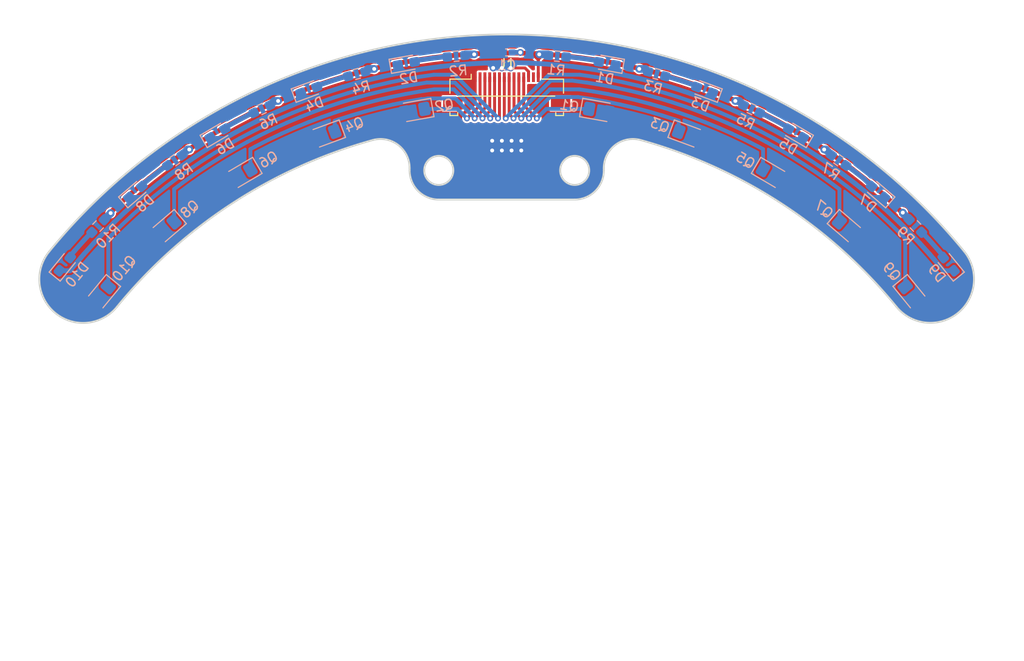
<source format=kicad_pcb>
(kicad_pcb (version 20221018) (generator pcbnew)
  (layers (0 "F.Cu" signal) (31 "B.Cu" signal) (34 "B.Paste" user) (35 "F.Paste" user) (36 "B.SilkS" user "B.Silkscreen") (37 "F.SilkS" user "F.Silkscreen") (38 "B.Mask" user) (39 "F.Mask" user) (44 "Edge.Cuts" user))
  (net 0 "")
  (net 1 "+3V3")
  (net 2 "GND1")
  (net 3 "Net-(D1-K)")
  (net 4 "Net-(D1-A)")
  (net 5 "Net-(D2-A)")
  (net 6 "Net-(D3-A)")
  (net 7 "Net-(D4-A)")
  (net 8 "Net-(D5-A)")
  (net 9 "Net-(D6-A)")
  (net 10 "Net-(D7-A)")
  (net 11 "Net-(D8-A)")
  (net 12 "Net-(D9-A)")
  (net 13 "Net-(D10-A)")
  (net 14 "Net-(J1-Pin_2)")
  (net 15 "Net-(J1-Pin_3)")
  (net 16 "Net-(J1-Pin_4)")
  (net 17 "Net-(J1-Pin_5)")
  (net 18 "Net-(J1-Pin_6)")
  (net 19 "Net-(J1-Pin_7)")
  (net 20 "Net-(J1-Pin_8)")
  (net 21 "Net-(J1-Pin_9)")
  (net 22 "Net-(J1-Pin_10)")
  (net 23 "Net-(J1-Pin_11)")
  (footprint "robot_contest:Molex_FFC_1x14_P0.50mm_Horizontal" (layer "F.Cu") (at 0 -55.15)
    (fp_text reference "J1")
    (fp_text value "Conn_01x14")
  )
  (footprint "Resistor_SMD:R_0603_1608Metric_Pad0.98x0.95mm_HandSolder" (layer "B.Cu") (at -34.19 -47.89 -144.475)
    (fp_text reference "R8")
    (fp_text value "100")
  )
  (footprint "LED_SMD:LED_0805_2012Metric_Pad1.15x1.40mm_HandSolder" (layer "B.Cu") (at 27.29 -46.42 -30.449)
    (fp_text reference "Q5")
    (fp_text value "TEMT7100X01")
  )
  (footprint "LED_SMD:LED_0805_2012Metric_Pad1.15x1.40mm_HandSolder" (layer "B.Cu") (at -35.04 -40.88 -139.4)
    (fp_text reference "Q8")
    (fp_text value "TEMT7100X01")
  )
  (footprint "Resistor_SMD:R_0603_1608Metric_Pad0.98x0.95mm_HandSolder" (layer "B.Cu") (at 34.19 -47.89 -35.524)
    (fp_text reference "R7")
    (fp_text value "100")
  )
  (footprint "Resistor_SMD:R_0603_1608Metric_Pad0.98x0.95mm_HandSolder" (layer "B.Cu") (at -42.1 -41.11 -134.325)
    (fp_text reference "R10")
    (fp_text value "100")
  )
  (footprint "Resistor_SMD:R_0603_1608Metric_Pad0.98x0.95mm_HandSolder" (layer "B.Cu") (at -15.45 -56.78 -164.775)
    (fp_text reference "R4")
    (fp_text value "100")
  )
  (footprint "LED_SMD:LED_0805_2012Metric_Pad1.15x1.40mm_HandSolder" (layer "B.Cu") (at -9.49 -53 -169.85)
    (fp_text reference "Q2")
    (fp_text value "TEMT7100X01")
  )
  (footprint "LED_SMD:LED_0603_1608Metric_Pad1.05x0.95mm_HandSolder" (layer "B.Cu") (at 45.52 -37.19 129.25)
    (fp_text reference "D9")
    (fp_text value "SIR19-21C/TR8")
  )
  (footprint "Resistor_SMD:R_0603_1608Metric_Pad0.98x0.95mm_HandSolder" (layer "B.Cu") (at 5.21 -58.61 -5.074)
    (fp_text reference "R1")
    (fp_text value "100")
  )
  (footprint "Resistor_SMD:R_0603_1608Metric_Pad0.98x0.95mm_HandSolder" (layer "B.Cu") (at 42.1 -41.12 -45.675)
    (fp_text reference "R9")
    (fp_text value "100")
  )
  (footprint "LED_SMD:LED_0805_2012Metric_Pad1.15x1.40mm_HandSolder" (layer "B.Cu") (at -18.68 -50.5 -159.7)
    (fp_text reference "Q4")
    (fp_text value "TEMT7100X01")
  )
  (footprint "LED_SMD:LED_0805_2012Metric_Pad1.15x1.40mm_HandSolder" (layer "B.Cu") (at 18.68 -50.5 -20.3)
    (fp_text reference "Q3")
    (fp_text value "TEMT7100X01")
  )
  (footprint "LED_SMD:LED_0603_1608Metric_Pad1.05x0.95mm_HandSolder" (layer "B.Cu") (at -20.39 -55.13 20.3)
    (fp_text reference "D4")
    (fp_text value "SIR19-21C/TR8")
  )
  (footprint "Resistor_SMD:R_0603_1608Metric_Pad0.98x0.95mm_HandSolder" (layer "B.Cu") (at 15.45 -56.78 -15.225)
    (fp_text reference "R3")
    (fp_text value "100")
  )
  (footprint "LED_SMD:LED_0603_1608Metric_Pad1.05x0.95mm_HandSolder" (layer "B.Cu") (at -10.36 -57.86 10.15)
    (fp_text reference "D2")
    (fp_text value "SIR19-21C/TR8")
  )
  (footprint "LED_SMD:LED_0603_1608Metric_Pad1.05x0.95mm_HandSolder" (layer "B.Cu") (at 38.25 -44.63 139.4)
    (fp_text reference "D7")
    (fp_text value "SIR19-21C/TR8")
  )
  (footprint "LED_SMD:LED_0603_1608Metric_Pad1.05x0.95mm_HandSolder" (layer "B.Cu") (at -45.52 -37.19 50.75)
    (fp_text reference "D10")
    (fp_text value "SIR19-21C/TR8")
  )
  (footprint "LED_SMD:LED_0805_2012Metric_Pad1.15x1.40mm_HandSolder" (layer "B.Cu") (at 9.5 -53 -10.15)
    (fp_text reference "Q1")
    (fp_text value "TEMT7100X01")
  )
  (footprint "LED_SMD:LED_0805_2012Metric_Pad1.15x1.40mm_HandSolder" (layer "B.Cu") (at 35.05 -40.88 -40.6)
    (fp_text reference "Q7")
    (fp_text value "TEMT7100X01")
  )
  (footprint "LED_SMD:LED_0805_2012Metric_Pad1.15x1.40mm_HandSolder" (layer "B.Cu") (at 41.7 -34.07 -50.75)
    (fp_text reference "Q9")
    (fp_text value "TEMT7100X01")
  )
  (footprint "Resistor_SMD:R_0603_1608Metric_Pad0.98x0.95mm_HandSolder" (layer "B.Cu") (at -25.22 -53.17 -154.625)
    (fp_text reference "R6")
    (fp_text value "100")
  )
  (footprint "LED_SMD:LED_0603_1608Metric_Pad1.05x0.95mm_HandSolder" (layer "B.Cu") (at 20.39 -55.13 159.7)
    (fp_text reference "D3")
    (fp_text value "SIR19-21C/TR8")
  )
  (footprint "Resistor_SMD:R_0603_1608Metric_Pad0.98x0.95mm_HandSolder" (layer "B.Cu") (at 25.22 -53.17 -25.375)
    (fp_text reference "R5")
    (fp_text value "100")
  )
  (footprint "LED_SMD:LED_0805_2012Metric_Pad1.15x1.40mm_HandSolder" (layer "B.Cu") (at -27.29 -46.42 -149.55)
    (fp_text reference "Q6")
    (fp_text value "TEMT7100X01")
  )
  (footprint "LED_SMD:LED_0603_1608Metric_Pad1.05x0.95mm_HandSolder" (layer "B.Cu") (at 10.36 -57.86 169.851)
    (fp_text reference "D1")
    (fp_text value "SIR19-21C/TR8")
  )
  (footprint "LED_SMD:LED_0805_2012Metric_Pad1.15x1.40mm_HandSolder" (layer "B.Cu") (at -41.7 -34.07 -129.55)
    (fp_text reference "Q10")
    (fp_text value "TEMT7100X01")
  )
  (footprint "LED_SMD:LED_0603_1608Metric_Pad1.05x0.95mm_HandSolder" (layer "B.Cu") (at -29.79 -50.67 30.45)
    (fp_text reference "D6")
    (fp_text value "SIR19-21C/TR8")
  )
  (footprint "Capacitor_SMD:C_0402_1005Metric_Pad0.74x0.62mm_HandSolder" (layer "B.Cu") (at 0 -59 180)
    (fp_text reference "C1")
    (fp_text value "1μ")
  )
  (footprint "LED_SMD:LED_0603_1608Metric_Pad1.05x0.95mm_HandSolder" (layer "B.Cu") (at -38.25 -44.63 40.6)
    (fp_text reference "D8")
    (fp_text value "SIR19-21C/TR8")
  )
  (footprint "LED_SMD:LED_0603_1608Metric_Pad1.05x0.95mm_HandSolder" (layer "B.Cu") (at 29.79 -50.67 149.551)
    (fp_text reference "D5")
    (fp_text value "SIR19-21C/TR8")
  )
  (footprint "Resistor_SMD:R_0603_1608Metric_Pad0.98x0.95mm_HandSolder" (layer "B.Cu") (at -5.21 -58.61 -174.925)
    (fp_text reference "R2")
    (fp_text value "100")
  )
  (gr_line (start 10 -46.845238) (end 10 -47.083514) (stroke (width 0.2)) (layer "Edge.Cuts"))
  (gr_arc (start 10 -47.083514) (mid 11.182758 -49.470511) (end 13.79844 -49.975311) (stroke (width 0.2)) (layer "Edge.Cuts"))
  (gr_arc (start 13.79844 -49.975311) (mid 28.311678 -43.432448) (end 40.155424 -32.794366) (stroke (width 0.2)) (layer "Edge.Cuts"))
  (gr_line (start -7 -43.845238) (end 7 -43.845238) (stroke (width 0.2)) (layer "Edge.Cuts"))
  (gr_arc (start 47.126148 -38.487257) (mid 46.487227 -32.1555) (end 40.155424 -32.794366) (stroke (width 0.2)) (layer "Edge.Cuts"))
  (gr_circle (center -7 -46.845238) (end -5.5 -46.845238) (stroke (width 0.2)) (fill none) (layer "Edge.Cuts"))
  (gr_arc (start -7 -43.845238) (mid -9.12132 -44.723918) (end -10 -46.845238) (stroke (width 0.2)) (layer "Edge.Cuts"))
  (gr_arc (start -40.155424 -32.794366) (mid -28.311677 -43.432447) (end -13.79844 -49.975311) (stroke (width 0.2)) (layer "Edge.Cuts"))
  (gr_arc (start 10 -46.845238) (mid 9.12132 -44.723919) (end 7 -43.845238) (stroke (width 0.2)) (layer "Edge.Cuts"))
  (gr_arc (start -47.126148 -38.487257) (mid 0 -60.845238) (end 47.126148 -38.487257) (stroke (width 0.2)) (layer "Edge.Cuts"))
  (gr_line (start -10 -47.083514) (end -10 -46.845238) (stroke (width 0.2)) (layer "Edge.Cuts"))
  (gr_arc (start -13.79844 -49.975311) (mid -11.182766 -49.470491) (end -10 -47.083514) (stroke (width 0.2)) (layer "Edge.Cuts"))
  (gr_circle (center 7 -46.845238) (end 8.5 -46.845238) (stroke (width 0.2)) (fill none) (layer "Edge.Cuts"))
  (gr_arc (start -40.155424 -32.794366) (mid -46.487231 -32.155449) (end -47.126148 -38.487257) (stroke (width 0.2)) (layer "Edge.Cuts"))
  (segment (start -3.059613 -58.868016) (end -1.530321 -58.927605) (width 0.5) (layer "F.Cu") (net 1))
  (segment (start 3.25 -56.45) (end 3.25 -58.2) (width 0.3) (layer "F.Cu") (net 1))
  (segment (start 3.8 -58.819891) (end 4.586813 -58.768748) (width 0.5) (layer "F.Cu") (net 1))
  (segment (start -18.070167 -56.109479) (end -19.520686 -55.621465) (width 0.5) (layer "F.Cu") (net 1))
  (segment (start -1.530321 -58.927605) (end 0 -58.947473) (width 0.5) (layer "F.Cu") (net 1))
  (segment (start -26.556859 -52.626398) (end -27.914088 -51.919247) (width 0.5) (layer "F.Cu") (net 1))
  (segment (start 22.381375 -54.53328) (end 23.487607 -54.062393) (width 0.5) (layer "F.Cu") (net 1))
  (segment (start 3.25 -58.2) (end 3.25 -58.7) (width 0.3) (layer "F.Cu") (net 1))
  (segment (start 40.72211 -42.5) (end 40.8 -42.5) (width 0.5) (layer "F.Cu") (net 1))
  (segment (start -3.35 -58.8) (end -3.396142 -58.846142) (width 0.5) (layer "F.Cu") (net 1))
  (segment (start -15.13347 -56.97177) (end -16.607418 -56.559686) (width 0.5) (layer "F.Cu") (net 1))
  (segment (start 18.070167 -56.109479) (end 19.520686 -55.621465) (width 0.5) (layer "F.Cu") (net 1))
  (segment (start -3.35 -58.8) (end -3.297443 -58.852557) (width 0.5) (layer "F.Cu") (net 1))
  (segment (start 20.958095 -55.095941) (end 22.381375 -54.53328) (width 0.5) (layer "F.Cu") (net 1))
  (segment (start 2.6 -58.885925) (end 3.059613 -58.868016) (width 0.5) (layer "F.Cu") (net 1))
  (segment (start 13.65 -57.3) (end 13.686172 -57.336172) (width 0.5) (layer "F.Cu") (net 1))
  (segment (start -40.8 -42.539226) (end -40.8 -42.45) (width 0.5) (layer "F.Cu") (net 1))
  (segment (start -35.631468 -46.959589) (end -36.838578 -46.018733) (width 0.5) (layer "F.Cu") (net 1))
  (segment (start -38.020799 -45.046903) (end -39.177461 -44.044649) (width 0.5) (layer "F.Cu") (net 1))
  (segment (start 12.156077 -57.680451) (end 13.591602 -57.358398) (width 0.5) (layer "F.Cu") (net 1))
  (segment (start 3.396142 -58.846142) (end 3.8 -58.819891) (width 0.5) (layer "F.Cu") (net 1))
  (segment (start -23.487607 -54.062393) (end -23.55 -54) (width 0.5) (layer "F.Cu") (net 1))
  (segment (start 9.145816 -58.233656) (end 10.654507 -57.976599) (width 0.5) (layer "F.Cu") (net 1))
  (segment (start -29.252555 -51.17707) (end -30.571292 -50.400404) (width 0.5) (layer "F.Cu") (net 1))
  (segment (start 23.616125 -53.933875) (end 23.789528 -53.933875) (width 0.5) (layer "F.Cu") (net 1))
  (segment (start 13.686172 -57.336172) (end 15.13347 -56.97177) (width 0.5) (layer "F.Cu") (net 1))
  (segment (start 3.25 -58.2) (end 3.25 -58.235925) (width 0.3) (layer "F.Cu") (net 1))
  (segment (start 31.869393 -49.589781) (end 32.580128 -49.119872) (width 0.5) (layer "F.Cu") (net 1))
  (segment (start 3.297443 -58.852557) (end 3.35 -58.8) (width 0.5) (layer "F.Cu") (net 1))
  (segment (start 34.400323 -47.868804) (end 35.631468 -46.959589) (width 0.5) (layer "F.Cu") (net 1))
  (segment (start 26.556859 -52.626398) (end 27.914088 -51.919247) (width 0.5) (layer "F.Cu") (net 1))
  (segment (start -36.838578 -46.018733) (end -38.020799 -45.046903) (width 0.5) (layer "F.Cu") (net 1))
  (segment (start 3.059613 -58.868016) (end 3.297443 -58.852557) (width 0.5) (layer "F.Cu") (net 1))
  (segment (start -13.591602 -57.358398) (end -13.65 -57.3) (width 0.5) (layer "F.Cu") (net 1))
  (segment (start -32.761434 -49) (end -33.146073 -48.745692) (width 0.5) (layer "F.Cu") (net 1))
  (segment (start -16.607418 -56.559686) (end -18.070167 -56.109479) (width 0.5) (layer "F.Cu") (net 1))
  (segment (start -31.869393 -49.589781) (end -32.580128 -49.119872) (width 0.5) (layer "F.Cu") (net 1))
  (segment (start 23.789528 -53.933875) (end 25.181666 -53.298107) (width 0.5) (layer "F.Cu") (net 1))
  (segment (start 3.35 -58.8) (end 3.396142 -58.846142) (width 0.5) (layer "F.Cu") (net 1))
  (segment (start 10.654507 -57.976599) (end 12.156077 -57.680451) (width 0.5) (layer "F.Cu") (net 1))
  (segment (start 32.761434 -49) (end 33.146073 -48.745692) (width 0.5) (layer "F.Cu") (net 1))
  (segment (start -32.7 -49) (end -32.761434 -49) (width 0.5) (layer "F.Cu") (net 1))
  (segment (start -3.297443 -58.852557) (end -3.059613 -58.868016) (width 0.5) (layer "F.Cu") (net 1))
  (segment (start 39.177461 -44.044649) (end 40.72211 -42.5) (width 0.5) (layer "F.Cu") (net 1))
  (segment (start -10.654507 -57.976599) (end -12.156077 -57.680451) (width 0.5) (layer "F.Cu") (net 1))
  (segment (start -4.586813 -58.768748) (end -6.110936 -58.629865) (width 0.5) (layer "F.Cu") (net 1))
  (segment (start 25.181666 -53.298107) (end 26.556859 -52.626398) (width 0.5) (layer "F.Cu") (net 1))
  (segment (start -19.520686 -55.621465) (end -20.958095 -55.095941) (width 0.5) (layer "F.Cu") (net 1))
  (segment (start -22.381375 -54.53328) (end -23.487607 -54.062393) (width 0.5) (layer "F.Cu") (net 1))
  (segment (start -3.396142 -58.846142) (end -4.586813 -58.768748) (width 0.5) (layer "F.Cu") (net 1))
  (segment (start -39.177461 -44.044649) (end -40.307669 -43.012747) (width 0.5) (layer "F.Cu") (net 1))
  (segment (start -12.156077 -57.680451) (end -13.591602 -57.358398) (width 0.5) (layer "F.Cu") (net 1))
  (segment (start 27.914088 -51.919247) (end 29.252555 -51.17707) (width 0.5) (layer "F.Cu") (net 1))
  (segment (start -23.575135 -54.025135) (end -23.789528 -53.933875) (width 0.5) (layer "F.Cu") (net 1))
  (segment (start -13.686172 -57.336172) (end -15.13347 -56.97177) (width 0.5) (layer "F.Cu") (net 1))
  (segment (start 3.25 -58.7) (end 3.35 -58.8) (width 0.3) (layer "F.Cu") (net 1))
  (segment (start 30.571292 -50.400404) (end 31.869393 -49.589781) (width 0.5) (layer "F.Cu") (net 1))
  (segment (start 1.530321 -58.927605) (end 2.6 -58.885925) (width 0.5) (layer "F.Cu") (net 1))
  (segment (start 32.7 -49) (end 32.761434 -49) (width 0.5) (layer "F.Cu") (net 1))
  (segment (start -32.580128 -49.119872) (end -32.7 -49) (width 0.5) (layer "F.Cu") (net 1))
  (segment (start 3.25 -58.235925) (end 3.25 -58.269891) (width 0.3) (layer "F.Cu") (net 1))
  (segment (start -23.55 -54) (end -23.575135 -54.025135) (width 0.5) (layer "F.Cu") (net 1))
  (segment (start 19.520686 -55.621465) (end 20.958095 -55.095941) (width 0.5) (layer "F.Cu") (net 1))
  (segment (start -27.914088 -51.919247) (end -29.252555 -51.17707) (width 0.5) (layer "F.Cu") (net 1))
  (segment (start -34.400323 -47.868804) (end -35.631468 -46.959589) (width 0.5) (layer "F.Cu") (net 1))
  (segment (start 3.25 -58.269891) (end 3.8 -58.819891) (width 0.3) (layer "F.Cu") (net 1))
  (segment (start 7.630999 -58.451453) (end 9.145816 -58.233656) (width 0.5) (layer "F.Cu") (net 1))
  (segment (start -25.181666 -53.298107) (end -26.556859 -52.626398) (width 0.5) (layer "F.Cu") (net 1))
  (segment (start 13.591602 -57.358398) (end 13.65 -57.3) (width 0.5) (layer "F.Cu") (net 1))
  (segment (start 29.252555 -51.17707) (end 30.571292 -50.400404) (width 0.5) (layer "F.Cu") (net 1))
  (segment (start 0 -58.947473) (end 1.530321 -58.927605) (width 0.5) (layer "F.Cu") (net 1))
  (segment (start -33.146073 -48.745692) (end -34.400323 -47.868804) (width 0.5) (layer "F.Cu") (net 1))
  (segment (start -23.789528 -53.933875) (end -25.181666 -53.298107) (width 0.5) (layer "F.Cu") (net 1))
  (segment (start 3.25 -58.235925) (end 2.6 -58.885925) (width 0.3) (layer "F.Cu") (net 1))
  (segment (start 35.631468 -46.959589) (end 36.838578 -46.018733) (width 0.5) (layer "F.Cu") (net 1))
  (segment (start 15.13347 -56.97177) (end 16.607418 -56.559686) (width 0.5) (layer "F.Cu") (net 1))
  (segment (start -40.307669 -43.012747) (end -40.8 -42.539226) (width 0.5) (layer "F.Cu") (net 1))
  (segment (start 32.580128 -49.119872) (end 32.7 -49) (width 0.5) (layer "F.Cu") (net 1))
  (segment (start 6.110936 -58.629865) (end 7.630999 -58.451453) (width 0.5) (layer "F.Cu") (net 1))
  (segment (start -9.145816 -58.233656) (end -10.654507 -57.976599) (width 0.5) (layer "F.Cu") (net 1))
  (segment (start -13.65 -57.3) (end -13.686172 -57.336172) (width 0.5) (layer "F.Cu") (net 1))
  (segment (start 16.607418 -56.559686) (end 18.070167 -56.109479) (width 0.5) (layer "F.Cu") (net 1))
  (segment (start 36.838578 -46.018733) (end 38.020799 -45.046903) (width 0.5) (layer "F.Cu") (net 1))
  (segment (start -6.110936 -58.629865) (end -7.630999 -58.451453) (width 0.5) (layer "F.Cu") (net 1))
  (segment (start -20.958095 -55.095941) (end -22.381375 -54.53328) (width 0.5) (layer "F.Cu") (net 1))
  (segment (start 4.586813 -58.768748) (end 6.110936 -58.629865) (width 0.5) (layer "F.Cu") (net 1))
  (segment (start 23.487607 -54.062393) (end 23.55 -54) (width 0.5) (layer "F.Cu") (net 1))
  (segment (start 38.020799 -45.046903) (end 39.177461 -44.044649) (width 0.5) (layer "F.Cu") (net 1))
  (segment (start -30.571292 -50.400404) (end -31.869393 -49.589781) (width 0.5) (layer "F.Cu") (net 1))
  (segment (start 33.146073 -48.745692) (end 34.400323 -47.868804) (width 0.5) (layer "F.Cu") (net 1))
  (segment (start 23.55 -54) (end 23.616125 -53.933875) (width 0.5) (layer "F.Cu") (net 1))
  (segment (start -7.630999 -58.451453) (end -9.145816 -58.233656) (width 0.5) (layer "F.Cu") (net 1))
  (via (at 3.35 -58.8) (size 0.7) (drill 0.4) (layers "F.Cu" "B.Cu") (net 1))
  (via (at -23.55 -54) (size 0.7) (drill 0.4) (layers "F.Cu" "B.Cu") (net 1))
  (via (at -32.7 -49) (size 0.7) (drill 0.4) (layers "F.Cu" "B.Cu") (net 1))
  (via (at 32.7 -49) (size 0.7) (drill 0.4) (layers "F.Cu" "B.Cu") (net 1))
  (via (at 40.8 -42.5) (size 0.7) (drill 0.4) (layers "F.Cu" "B.Cu") (net 1))
  (via (at 1.4 -59) (size 0.7) (drill 0.4) (layers "F.Cu" "B.Cu") (net 1))
  (via (at 13.65 -57.3) (size 0.7) (drill 0.4) (layers "F.Cu" "B.Cu") (net 1))
  (via (at -3.35 -58.8) (size 0.7) (drill 0.4) (layers "F.Cu" "B.Cu") (net 1))
  (via (at -40.8 -42.45) (size 0.7) (drill 0.4) (layers "F.Cu" "B.Cu") (net 1))
  (via (at 23.55 -54) (size 0.7) (drill 0.4) (layers "F.Cu" "B.Cu") (net 1))
  (via (at -13.65 -57.3) (size 0.7) (drill 0.4) (layers "F.Cu" "B.Cu") (net 1))
  (segment (start 14.289159 -57.3) (end 14.569527 -57.019632) (width 0.8) (layer "B.Cu") (net 1))
  (segment (start 4.19178 -58.8) (end 4.301076 -58.690704) (width 0.8) (layer "B.Cu") (net 1))
  (segment (start -14.289159 -57.3) (end -14.569527 -57.019632) (width 0.8) (layer "B.Cu") (net 1))
  (segment (start 40.8 -42.435202) (end 41.462411 -41.772791) (width 0.8) (layer "B.Cu") (net 1))
  (segment (start -40.8 -42.425202) (end -41.462411 -41.762791) (width 0.8) (layer "B.Cu") (net 1))
  (segment (start 0.5675 -59) (end 1.4 -59) (width 0.5) (layer "B.Cu") (net 1))
  (segment (start 23.95658 -54) (end 24.395536 -53.561044) (width 0.8) (layer "B.Cu") (net 1))
  (segment (start -23.95658 -54) (end -24.395536 -53.561044) (width 0.8) (layer "B.Cu") (net 1))
  (segment (start 23.55 -54) (end 23.95658 -54) (width 0.8) (layer "B.Cu") (net 1))
  (segment (start -23.55 -54) (end -23.95658 -54) (width 0.8) (layer "B.Cu") (net 1))
  (segment (start -32.867567 -49) (end -33.447351 -48.420216) (width 0.8) (layer "B.Cu") (net 1))
  (segment (start 40.8 -42.5) (end 40.8 -42.435202) (width 0.8) (layer "B.Cu") (net 1))
  (segment (start -40.8 -42.45) (end -40.8 -42.425202) (width 0.8) (layer "B.Cu") (net 1))
  (segment (start -32.7 -49) (end -32.867567 -49) (width 0.8) (layer "B.Cu") (net 1))
  (segment (start 3.35 -58.8) (end 4.19178 -58.8) (width 0.8) (layer "B.Cu") (net 1))
  (segment (start -13.65 -57.3) (end -14.289159 -57.3) (width 0.8) (layer "B.Cu") (net 1))
  (segment (start -3.35 -58.8) (end -4.191796 -58.8) (width 0.8) (layer "B.Cu") (net 1))
  (segment (start 13.65 -57.3) (end 14.289159 -57.3) (width 0.8) (layer "B.Cu") (net 1))
  (segment (start 32.7 -49) (end 32.867545 -49) (width 0.8) (layer "B.Cu") (net 1))
  (segment (start -4.191796 -58.8) (end -4.301077 -58.690719) (width 0.8) (layer "B.Cu") (net 1))
  (segment (start 32.867545 -49) (end 33.447342 -48.420203) (width 0.8) (layer "B.Cu") (net 1))
  (segment (start -3.25 -56.45) (end -5.75 -56.45) (width 0.3) (layer "F.Cu") (net 2))
  (segment (start -7.4 -52.8) (end -4.5 -49.9) (width 0.3) (layer "F.Cu") (net 2))
  (segment (start -1.5 -49.9) (end 1.5 -49.9) (width 0.5) (layer "F.Cu") (net 2))
  (segment (start 1.5 -48.9) (end 1.5 -49.9) (width 0.5) (layer "F.Cu") (net 2))
  (segment (start -4.5 -49.9) (end -1.5 -49.9) (width 0.3) (layer "F.Cu") (net 2))
  (segment (start -7.4 -54.8) (end -7.4 -52.8) (width 0.3) (layer "F.Cu") (net 2))
  (segment (start -1.5 -48.9) (end 1.5 -48.9) (width 0.5) (layer "F.Cu") (net 2))
  (segment (start -5.75 -56.45) (end -7.4 -54.8) (width 0.3) (layer "F.Cu") (net 2))
  (via (at 1.5 -48.9) (size 0.7) (drill 0.4) (layers "F.Cu" "B.Cu") (net 2))
  (via (at -1.5 -48.9) (size 0.7) (drill 0.4) (layers "F.Cu" "B.Cu") (net 2))
  (via (at -0.5 -49.9) (size 0.7) (drill 0.4) (layers "F.Cu" "B.Cu") (net 2))
  (via (at 1.5 -49.9) (size 0.7) (drill 0.4) (layers "F.Cu" "B.Cu") (net 2))
  (via (at -1.5 -49.9) (size 0.7) (drill 0.4) (layers "F.Cu" "B.Cu") (net 2))
  (via (at 0.5 -48.9) (size 0.7) (drill 0.4) (layers "F.Cu" "B.Cu") (net 2))
  (via (at -0.5 -48.9) (size 0.7) (drill 0.4) (layers "F.Cu" "B.Cu") (net 2))
  (via (at 0.5 -49.9) (size 0.7) (drill 0.4) (layers "F.Cu" "B.Cu") (net 2))
  (segment (start 1.875 -57.4) (end 0.4 -57.4) (width 0.3) (layer "F.Cu") (net 3))
  (segment (start -1.4 -57.4) (end 0.4 -57.4) (width 0.5) (layer "F.Cu") (net 3))
  (segment (start 2.25 -57.025) (end 1.875 -57.4) (width 0.3) (layer "F.Cu") (net 3))
  (segment (start 2.25 -56.45) (end 2.25 -57.025) (width 0.3) (layer "F.Cu") (net 3))
  (via (at 0.4 -57.4) (size 0.7) (drill 0.4) (layers "F.Cu" "B.Cu") (net 3))
  (via (at -0.5 -57.4) (size 0.7) (drill 0.4) (layers "F.Cu" "B.Cu") (net 3))
  (via (at -1.4 -57.4) (size 0.7) (drill 0.4) (layers "F.Cu" "B.Cu") (net 3))
  (segment (start -8.8 -57.270984) (end -9.2 -57.20763) (width 0.5) (layer "B.Cu") (net 3))
  (segment (start -30.075989 -49.758238) (end -30.075989 -49.525989) (width 0.5) (layer "B.Cu") (net 3))
  (segment (start 20.7 -54.118841) (end 20.4 -54.234) (width 0.5) (layer "B.Cu") (net 3))
  (segment (start 46.073617 -36.512406) (end 44.999164 -36.512406) (width 0.5) (layer "B.Cu") (net 3))
  (segment (start 0.4 -57.4) (end -1.4 -57.4) (width 0.5) (layer "B.Cu") (net 3))
  (segment (start -37.628265 -44.060573) (end -37.619419 -44.069419) (width 0.5) (layer "B.Cu") (net 3))
  (segment (start 11.221309 -57.17113) (end 10.95 -56.899821) (width 0.5) (layer "B.Cu") (net 3))
  (segment (start -30.075989 -49.525989) (end -30.541018 -49.241018) (width 0.5) (layer "B.Cu") (net 3))
  (segment (start -34.671391 -46.430638) (end -35.874924 -45.507136) (width 0.5) (layer "B.Cu") (net 3))
  (segment (start -20.750032 -54.36581) (end -20.056624 -54.36581) (width 0.5) (layer "B.Cu") (net 3))
  (segment (start -38.914362 -44.060573) (end -38.914362 -43.914362) (width 0.5) (layer "B.Cu") (net 3))
  (segment (start -11.221306 -57.705802) (end -11.221306 -57.645263) (width 0.5) (layer "B.Cu") (net 3))
  (segment (start -30.921602 -49.007795) (end -32.193889 -48.181563) (width 0.5) (layer "B.Cu") (net 3))
  (segment (start 0.463817 -57.4) (end 1 -57.936183) (width 0.5) (layer "B.Cu") (net 3))
  (segment (start -38.914362 -44.060573) (end -38.914362 -42.964362) (width 0.5) (layer "B.Cu") (net 3))
  (segment (start -16.908502 -55.433569) (end -16.9 -55.425067) (width 0.5) (layer "B.Cu") (net 3))
  (segment (start 38.914362 -44.060573) (end 38.914362 -43.814362) (width 0.5) (layer "B.Cu") (net 3))
  (segment (start -1.9 -57.912615) (end -2.275003 -57.902795) (width 0.5) (layer "B.Cu") (net 3))
  (segment (start 42.552121 -39.3348) (end 43.567208 -38.207434) (width 0.5) (layer "B.Cu") (net 3))
  (segment (start -27.306282 -51.106282) (end -28.314362 -50.55894) (width 0.5) (layer "B.Cu") (net 3))
  (segment (start -0.4 -57.942507) (end -0.758494 -57.942507) (width 0.5) (layer "B.Cu") (net 3))
  (segment (start 38.449369 -43.349369) (end 38.922952 -42.922952) (width 0.5) (layer "B.Cu") (net 3))
  (segment (start 28.314362 -50.55894) (end 29.261887 -50.011887) (width 0.5) (layer "B.Cu") (net 3))
  (segment (start 38.914362 -44.060573) (end 38.914362 -42.931542) (width 0.5) (layer "B.Cu") (net 3))
  (segment (start 11.221309 -57.705817) (end 11.221309 -57.504362) (width 0.5) (layer "B.Cu") (net 3))
  (segment (start -0.5 -57.842507) (end -0.4 -57.942507) (width 0.5) (layer "B.Cu") (net 3))
  (segment (start -16.9 -55.425067) (end -17.183852 -55.340986) (width 0.5) (layer "B.Cu") (net 3))
  (segment (start -14.263954 -56.164483) (end -15.729286 -55.771848) (width 0.5) (layer "B.Cu") (net 3))
  (segment (start 30.544321 -50.226575) (end 30.450935 -50.133189) (width 0.5) (layer "B.Cu") (net 3))
  (segment (start -41.507895 -40.435185) (end -42.552121 -39.3348) (width 0.5) (layer "B.Cu") (net 3))
  (segment (start 29.982983 -49.582983) (end 30.479014 -49.279014) (width 0.5) (layer "B.Cu") (net 3))
  (segment (start 0 -57.942507) (end -0.4 -57.942507) (width 0.5) (layer "B.Cu") (net 3))
  (segment (start 8.8 -57.270984) (end 8.314998 -57.347801) (width 0.5) (layer "B.Cu") (net 3))
  (segment (start -43.862127 -37.862127) (end -44.552445 -37.053868) (width 0.5) (layer "B.Cu") (net 3))
  (segment (start -21.1 -53.965295) (end -21.472882 -53.822159) (width 0.5) (layer "B.Cu") (net 3))
  (segment (start 30.450935 -50.133189) (end 30.450935 -49.307093) (width 0.5) (layer "B.Cu") (net 3))
  (segment (start -26.981219 -51.282777) (end -27.306282 -51.106282) (width 0.5) (layer "B.Cu") (net 3))
  (segment (start -9.2 -57.20763) (end -9.813394 -57.110478) (width 0.5) (layer "B.Cu") (net 3))
  (segment (start -2.275003 -57.902795) (end -3.789961 -57.8234) (width 0.5) (layer "B.Cu") (net 3))
  (segment (start -25.629482 -51.971522) (end -26.981219 -51.282777) (width 0.5) (layer "B.Cu") (net 3))
  (segment (start 0.4 -57.4) (end 0.463817 -57.4) (width 0.5) (layer "B.Cu") (net 3))
  (segment (start -38.700799 -44.060573) (end -38.207434 -43.567208) (width 0.5) (layer "B.Cu") (net 3))
  (segment (start 19.4 -54.598333) (end 18.9 -54.775392) (width 0.5) (layer "B.Cu") (net 3))
  (segment (start -21.472882 -53.822159) (end -22.874397 -53.241633) (width 0.5) (layer "B.Cu") (net 3))
  (segment (start 29.982983 -49.665237) (end 29.982983 -49.582983) (width 0.5) (layer "B.Cu") (net 3))
  (segment (start -1.35 -57.927018) (end -1.9 -57.912615) (width 0.5) (layer "B.Cu") (net 3))
  (segment (start 30.479014 -49.279014) (end 30.921602 -49.007795) (width 0.5) (layer "B.Cu") (net 3))
  (segment (start 21.210653 -54.826431) (end 21.210653 -54.084388) (width 0.5) (layer "B.Cu") (net 3))
  (segment (start -38.896641 -42.946641) (end -39.3348 -42.552121) (width 0.5) (layer "B.Cu") (net 3))
  (segment (start 21.210653 -54.826431) (end 21.210653 -54.629494) (width 0.5) (layer "B.Cu") (net 3))
  (segment (start -30.544313 -50.226562) (end -30.541018 -50.223267) (width 0.5) (layer "B.Cu") (net 3))
  (segment (start 29.261887 -50.011887) (end 29.628138 -49.800432) (width 0.5) (layer "B.Cu") (net 3))
  (segment (start -0.5 -57.4) (end -0.5 -57.842507) (width 0.5) (layer "B.Cu") (net 3))
  (segment (start -30.541018 -50.223267) (end -30.541018 -49.241018) (width 0.5) (layer "B.Cu") (net 3))
  (segment (start -32.193889 -48.181563) (end -33.44412 -47.322303) (width 0.5) (layer "B.Cu") (net 3))
  (segment (start 9.813394 -57.110478) (end 9.5 -57.160115) (width 0.5) (layer "B.Cu") (net 3))
  (segment (start 21.210653 -54.826431) (end 20.992431 -54.826431) (width 0.5) (layer "B.Cu") (net 3))
  (segment (start -40.435185 -41.507895) (end -41.507895 -40.435185) (width 0.5) (layer "B.Cu") (net 3))
  (segment (start 17.183852 -55.340986) (end 16.9 -55.425067) (width 0.5) (layer "B.Cu") (net 3))
  (segment (start 16.908502 -55.433569) (end 16.9 -55.425067) (width 0.5) (layer "B.Cu") (net 3))
  (segment (start 27.306282 -51.106282) (end 26.981219 -51.282777) (width 0.5) (layer "B.Cu") (net 3))
  (segment (start -29.628138 -49.800432) (end -30.075989 -49.525989) (width 0.5) (layer "B.Cu") (net 3))
  (segment (start -15.729286 -55.771848) (end -16.9 -55.425067) (width 0.5) (layer "B.Cu") (net 3))
  (segment (start -6.811011 -57.545804) (end -8.314998 -57.347801) (width 0.5) (layer "B.Cu") (net 3))
  (segment (start -8.314998 -57.347801) (end -8.8 -57.270984) (width 0.5) (layer "B.Cu") (net 3))
  (segment (start -37.053868 -44.552445) (end -37.619419 -44.069419) (width 0.5) (layer "B.Cu") (net 3))
  (segment (start 38.207434 -43.567208) (end 38.449369 -43.349369) (width 0.5) (layer "B.Cu") (net 3))
  (segment (start 40.435185 -41.507895) (end 41.507895 -40.435185) (width 0.5) (layer "B.Cu") (net 3))
  (segment (start -21.210653 -54.826431) (end -21.472882 -54.564202) (width 0.5) (layer "B.Cu") (net 3))
  (segment (start 10.95 -56.899821) (end 10.4 -57.001757) (width 0.5) (layer "B.Cu") (net 3))
  (segment (start 30.544321 -50.226575) (end 30.329633 -50.011887) (width 0.5) (layer "B.Cu") (net 3))
  (segment (start 9.5 -57.160115) (end 8.8 -57.270984) (width 0.5) (layer "B.Cu") (net 3))
  (segment (start -33.44412 -47.322303) (end -34.671391 -46.430638) (width 0.5) (layer "B.Cu") (net 3))
  (segment (start 0.4 -57.4) (end 0.4 -57.942507) (width 0.5) (layer "B.Cu") (net 3))
  (segment (start -24.260286 -52.624595) (end -25.629482 -51.971522) (width 0.5) (layer "B.Cu") (net 3))
  (segment (start 21.210653 -54.084388) (end 21.472882 -53.822159) (width 0.5) (layer "B.Cu") (net 3))
  (segment (start 1 -57.936183) (end 0.758494 -57.942507) (width 0.5) (layer "B.Cu") (net 3))
  (segment (start -29.039996 -50.139996) (end -29.628138 -49.800432) (width 0.5) (layer "B.Cu") (net 3))
  (segment (start 27.306282 -51.106282) (end 28.314362 -50.55894) (width 0.5) (layer "B.Cu") (net 3))
  (segment (start 10.4 -57.001757) (end 9.813394 -57.110478) (width 0.5) (layer "B.Cu") (net 3))
  (segment (start -43.867594 -37.867594) (end -43.862127 -37.862127) (width 0.5) (layer "B.Cu") (net 3))
  (segment (start 0 -57.942507) (end 0.4 -57.942507) (width 0.5) (layer "B.Cu") (net 3))
  (segment (start -35.874924 -45.507136) (end -36.224254 -45.224254) (width 0.5) (layer "B.Cu") (net 3))
  (segment (start 3.789961 -57.8234) (end 2.275003 -57.902795) (width 0.5) (layer "B.Cu") (net 3))
  (segment (start 12.05 -56.675671) (end 11.304973 -56.834031) (width 0.5) (layer "B.Cu") (net 3))
  (segment (start -28.314362 -50.55894) (end -28.596213 -50.396213) (width 0.5) (layer "B.Cu") (net 3))
  (segment (start 0.758494 -57.942507) (end 0.4 -57.942507) (width 0.5) (layer "B.Cu") (net 3))
  (segment (start 14.263954 -56.164483) (end 12.788884 -56.518616) (width 0.5) (layer "B.Cu") (net 3))
  (segment (start -20.056624 -54.36581) (end -21.1 -53.965295) (width 0.5) (layer "B.Cu") (net 3))
  (segment (start -21.210653 -54.826431) (end -20.750032 -54.36581) (width 0.5) (layer "B.Cu") (net 3))
  (segment (start 35.874924 -45.507136) (end 37.053868 -44.552445) (width 0.5) (layer "B.Cu") (net 3))
  (segment (start -28.596213 -50.396213) (end -29.039996 -50.139996) (width 0.5) (layer "B.Cu") (net 3))
  (segment (start -21.472882 -54.564202) (end -21.472882 -53.822159) (width 0.5) (layer "B.Cu") (net 3))
  (segment (start -1.4 -57.412615) (end -1.9 -57.912615) (width 0.5) (layer "B.Cu") (net 3))
  (segment (start -18.626569 -54.872219) (end -18.9 -54.775392) (width 0.5) (layer "B.Cu") (net 3))
  (segment (start 44.552445 -37.053868) (end 44.955785 -36.555785) (width 0.5) (layer "B.Cu") (net 3))
  (segment (start -38.914362 -42.964362) (end -38.896641 -42.946641) (width 0.5) (layer "B.Cu") (net 3))
  (segment (start -38.914362 -43.914362) (end -38.396748 -43.396748) (width 0.5) (layer "B.Cu") (net 3))
  (segment (start 29.628138 -49.800432) (end 29.982983 -49.582983) (width 0.5) (layer "B.Cu") (net 3))
  (segment (start 38.922952 -42.922952) (end 39.3348 -42.552121) (width 0.5) (layer "B.Cu") (net 3))
  (segment (start -18.4 -54.945836) (end -18.626569 -54.872219) (width 0.5) (layer "B.Cu") (net 3))
  (segment (start -39.3348 -42.552121) (end -40.435185 -41.507895) (width 0.5) (layer "B.Cu") (net 3))
  (segment (start 37.646387 -44.046387) (end 38.207434 -43.567208) (width 0.5) (layer "B.Cu") (net 3))
  (segment (start 11.221309 -57.705817) (end 11.221309 -57.17113) (width 0.5) (layer "B.Cu") (net 3))
  (segment (start -36.776806 -44.776806) (end -37.053868 -44.552445) (width 0.5) (layer "B.Cu") (net 3))
  (segment (start 8.314998 -57.347801) (end 6.811011 -57.545804) (width 0.5) (layer "B.Cu") (net 3))
  (segment (start -9.813394 -57.110478) (end -10.55 -56.973957) (width 0.5) (layer "B.Cu") (net 3))
  (segment (start -1.35 -57.45) (end -1.35 -57.927018) (width 0.5) (layer "B.Cu") (net 3))
  (segment (start -11.221306 -56.917698) (end -11.304973 -56.834031) (width 0.5) (layer "B.Cu") (net 3))
  (segment (start -17.183852 -55.340986) (end -18.4 -54.945836) (width 0.5) (layer "B.Cu") (net 3))
  (segment (start 38.914362 -43.814362) (end 38.449369 -43.349369) (width 0.5) (layer "B.Cu") (net 3))
  (segment (start -11.221306 -57.645263) (end -10.55 -56.973957) (width 0.5) (layer "B.Cu") (net 3))
  (segment (start -46.073617 -36.512406) (end -44.993908 -36.512406) (width 0.5) (layer "B.Cu") (net 3))
  (segment (start -37.619419 -44.069419) (end -38.207434 -43.567208) (width 0.5) (layer "B.Cu") (net 3))
  (segment (start -5.302292 -57.704378) (end -6.811011 -57.545804) (width 0.5) (layer "B.Cu") (net 3))
  (segment (start -22.874397 -53.241633) (end -24.260286 -52.624595) (width 0.5) (layer "B.Cu") (net 3))
  (segment (start 38.914362 -44.060573) (end 38.700799 -44.060573) (width 0.5) (layer "B.Cu") (net 3))
  (segment (start -19.6 -54.527509) (end -20.056624 -54.36581) (width 0.5) (layer "B.Cu") (net 3))
  (segment (start 30.329633 -50.011887) (end 29.261887 -50.011887) (width 0.5) (layer "B.Cu") (net 3))
  (segment (start 30.450935 -49.307093) (end 30.479014 -49.279014) (width 0.5) (layer "B.Cu") (net 3))
  (segment (start -36.224254 -45.224254) (end -36.776806 -44.776806) (width 0.5) (layer "B.Cu") (net 3))
  (segment (start 12.788884 -56.518616) (end 12.05 -56.675671) (width 0.5) (layer "B.Cu") (net 3))
  (segment (start -1.4 -57.4) (end -1.35 -57.45) (width 0.5) (layer "B.Cu") (net 3))
  (segment (start 11.221309 -57.705817) (end 11.10406 -57.705817) (width 0.5) (layer "B.Cu") (net 3))
  (segment (start 18.626569 -54.872219) (end 18.3 -54.978328) (width 0.5) (layer "B.Cu") (net 3))
  (segment (start -3.789961 -57.8234) (end -5.302292 -57.704378) (width 0.5) (layer "B.Cu") (net 3))
  (segment (start -1.4 -57.4) (end -1.4 -57.412615) (width 0.5) (layer "B.Cu") (net 3))
  (segment (start 44.999164 -36.512406) (end 44.955785 -36.555785) (width 0.5) (layer "B.Cu") (net 3))
  (segment (start -11.85 -56.718182) (end -12.788884 -56.518616) (width 0.5) (layer "B.Cu") (net 3))
  (segment (start -21.1 -54.715778) (end -21.1 -53.965295) (width 0.5) (layer "B.Cu") (net 3))
  (segment (start -18.9 -54.775392) (end -19.6 -54.527509) (width 0.5) (layer "B.Cu") (net 3))
  (segment (start 0.4 -57.4) (end 0.142507 -57.4) (width 0.5) (layer "B.Cu") (net 3))
  (segment (start -12.788884 -56.518616) (end -14.263954 -56.164483) (width 0.5) (layer "B.Cu") (net 3))
  (segment (start 37.660573 -44.060573) (end 37.646387 -44.046387) (width 0.5) (layer "B.Cu") (net 3))
  (segment (start -21.210653 -54.826431) (end -21.1 -54.715778) (width 0.5) (layer "B.Cu") (net 3))
  (segment (start 20.4 -54.234) (end 20.056624 -54.36581) (width 0.5) (layer "B.Cu") (net 3))
  (segment (start -44.993908 -36.512406) (end -44.978157 -36.528157) (width 0.5) (layer "B.Cu") (net 3))
  (segment (start -10.55 -56.973957) (end -11.304973 -56.834031) (width 0.5) (layer "B.Cu") (net 3))
  (segment (start 43.567208 -38.207434) (end 44.552445 -37.053868) (width 0.5) (layer "B.Cu") (net 3))
  (segment (start -30.457747 -50.139996) (end -29.039996 -50.139996) (width 0.5) (layer "B.Cu") (net 3))
  (segment (start -43.567208 -38.207434) (end -43.862127 -37.862127) (width 0.5) (layer "B.Cu") (net 3))
  (segment (start -30.544313 -50.226562) (end -30.457747 -50.139996) (width 0.5) (layer "B.Cu") (net 3))
  (segment (start 20.992431 -54.826431) (end 20.4 -54.234) (width 0.5) (layer "B.Cu") (net 3))
  (segment (start 11.221309 -57.504362) (end 12.05 -56.675671) (width 0.5) (layer "B.Cu") (net 3))
  (segment (start 25.629482 -51.971522) (end 24.260286 -52.624595) (width 0.5) (layer "B.Cu") (net 3))
  (segment (start 20.056624 -54.36581) (end 19.4 -54.598333) (width 0.5) (layer "B.Cu") (net 3))
  (segment (start 22.874397 -53.241633) (end 21.472882 -53.822159) (width 0.5) (layer "B.Cu") (net 3))
  (segment (start -38.396748 -43.396748) (end -38.896641 -42.946641) (width 0.5) (layer "B.Cu") (net 3))
  (segment (start 16.9 -55.425067) (end 15.729286 -55.771848) (width 0.5) (layer "B.Cu") (net 3))
  (segment (start 33.44412 -47.322303) (end 34.671391 -46.430638) (width 0.5) (layer "B.Cu") (net 3))
  (segment (start 30.921602 -49.007795) (end 32.193889 -48.181563) (width 0.5) (layer "B.Cu") (net 3))
  (segment (start -30.541018 -49.241018) (end -30.921602 -49.007795) (width 0.5) (layer "B.Cu") (net 3))
  (segment (start -38.914362 -44.060573) (end -38.700799 -44.060573) (width 0.5) (layer "B.Cu") (net 3))
  (segment (start 32.193889 -48.181563) (end 33.44412 -47.322303) (width 0.5) (layer "B.Cu") (net 3))
  (segment (start 38.914362 -44.060573) (end 37.660573 -44.060573) (width 0.5) (layer "B.Cu") (net 3))
  (segment (start 38.914362 -42.931542) (end 38.922952 -42.922952) (width 0.5) (layer "B.Cu") (net 3))
  (segment (start 15.729286 -55.771848) (end 14.263954 -56.164483) (width 0.5) (layer "B.Cu") (net 3))
  (segment (start 0.142507 -57.4) (end -0.4 -57.942507) (width 0.5) (layer "B.Cu") (net 3))
  (segment (start 18.3 -54.978328) (end 17.183852 -55.340986) (width 0.5) (layer "B.Cu") (net 3))
  (segment (start 11.10406 -57.705817) (end 10.4 -57.001757) (width 0.5) (layer "B.Cu") (net 3))
  (segment (start 2.275003 -57.902795) (end 1 -57.936183) (width 0.5) (layer "B.Cu") (net 3))
  (segment (start 30.544321 -50.226575) (end 29.982983 -49.665237) (width 0.5) (layer "B.Cu") (net 3))
  (segment (start -11.221306 -57.705802) (end -11.221306 -56.917698) (width 0.5) (layer "B.Cu") (net 3))
  (segment (start -30.544313 -50.226562) (end -30.075989 -49.758238) (width 0.5) (layer "B.Cu") (net 3))
  (segment (start -11.221306 -57.705802) (end -11.221306 -57.346876) (width 0.5) (layer "B.Cu") (net 3))
  (segment (start 21.472882 -53.822159) (end 20.7 -54.118841) (width 0.5) (layer "B.Cu") (net 3))
  (segment (start 5.302292 -57.704378) (end 3.789961 -57.8234) (width 0.5) (layer "B.Cu") (net 3))
  (segment (start -11.304973 -56.834031) (end -11.85 -56.718182) (width 0.5) (layer "B.Cu") (net 3))
  (segment (start 38.700799 -44.060573) (end 38.207434 -43.567208) (width 0.5) (layer "B.Cu") (net 3))
  (segment (start -38.207434 -43.567208) (end -38.396748 -43.396748) (width 0.5) (layer "B.Cu") (net 3))
  (segment (start 26.981219 -51.282777) (end 25.629482 -51.971522) (width 0.5) (layer "B.Cu") (net 3))
  (segment (start 41.507895 -40.435185) (end 42.552121 -39.3348) (width 0.5) (layer "B.Cu") (net 3))
  (segment (start -11.221306 -57.346876) (end -11.85 -56.718182) (width 0.5) (layer "B.Cu") (net 3))
  (segment (start 6.811011 -57.545804) (end 5.302292 -57.704378) (width 0.5) (layer "B.Cu") (net 3))
  (segment (start 18.9 -54.775392) (end 18.626569 -54.872219) (width 0.5) (layer "B.Cu") (net 3))
  (segment (start -1.301001 -57.4) (end -0.758494 -57.942507) (width 0.5) (layer "B.Cu") (net 3))
  (segment (start 24.260286 -52.624595) (end 22.874397 -53.241633) (width 0.5) (layer "B.Cu") (net 3))
  (segment (start -0.758494 -57.942507) (end -1.35 -57.927018) (width 0.5) (layer "B.Cu") (net 3))
  (segment (start 11.304973 -56.834031) (end 10.95 -56.899821) (width 0.5) (layer "B.Cu") (net 3))
  (segment (start -44.552445 -37.053868) (end -44.978157 -36.528157) (width 0.5) (layer "B.Cu") (net 3))
  (segment (start -38.914362 -44.060573) (end -37.628265 -44.060573) (width 0.5) (layer "B.Cu") (net 3))
  (segment (start 21.210653 -54.629494) (end 20.7 -54.118841) (width 0.5) (layer "B.Cu") (net 3))
  (segment (start 34.671391 -46.430638) (end 35.874924 -45.507136) (width 0.5) (layer "B.Cu") (net 3))
  (segment (start 37.053868 -44.552445) (end 37.646387 -44.046387) (width 0.5) (layer "B.Cu") (net 3))
  (segment (start 39.3348 -42.552121) (end 40.435185 -41.507895) (width 0.5) (layer "B.Cu") (net 3))
  (segment (start -42.552121 -39.3348) (end -43.567208 -38.207434) (width 0.5) (layer "B.Cu") (net 3))
  (segment (start -1.4 -57.4) (end -1.301001 -57.4) (width 0.5) (layer "B.Cu") (net 3))
  (segment (start 7.624522 -58.401873) (end 9.138058 -58.18426) (width 0.5) (layer "B.Cu") (net 4))
  (segment (start 6.538873 -58.529296) (end 7.624522 -58.401873) (width 0.5) (layer "B.Cu") (net 4))
  (segment (start 9.138058 -58.18426) (end 9.36775 -58.145124) (width 0.5) (layer "B.Cu") (net 4))
  (segment (start 6.118924 -58.529296) (end 6.538873 -58.529296) (width 0.5) (layer "B.Cu") (net 4))
  (segment (start 9.36775 -58.145124) (end 9.498691 -58.014183) (width 0.5) (layer "B.Cu") (net 4))
  (segment (start -9.498694 -58.014198) (end -9.591497 -58.107001) (width 0.5) (layer "B.Cu") (net 5))
  (segment (start -9.138058 -58.18426) (end -7.624522 -58.401873) (width 0.5) (layer "B.Cu") (net 5))
  (segment (start -7.624522 -58.401873) (end -6.163049 -58.573407) (width 0.5) (layer "B.Cu") (net 5))
  (segment (start -6.163049 -58.573407) (end -6.118923 -58.529281) (width 0.5) (layer "B.Cu") (net 5))
  (segment (start -9.591497 -58.107001) (end -9.138058 -58.18426) (width 0.5) (layer "B.Cu") (net 5))
  (segment (start 16.593366 -56.511701) (end 18.054804 -56.061896) (width 0.5) (layer "B.Cu") (net 6))
  (segment (start 19.504128 -55.574285) (end 19.569347 -55.509066) (width 0.5) (layer "B.Cu") (net 6))
  (segment (start 16.330473 -56.540368) (end 16.330473 -56.5852) (width 0.5) (layer "B.Cu") (net 6))
  (segment (start 16.330473 -56.5852) (end 16.593366 -56.511701) (width 0.5) (layer "B.Cu") (net 6))
  (segment (start 19.569347 -55.509066) (end 19.569347 -55.433569) (width 0.5) (layer "B.Cu") (net 6))
  (segment (start 18.054804 -56.061896) (end 19.504128 -55.574285) (width 0.5) (layer "B.Cu") (net 6))
  (segment (start -19.569347 -55.433569) (end -19.569347 -55.509066) (width 0.5) (layer "B.Cu") (net 7))
  (segment (start -16.593366 -56.511701) (end -16.36551 -56.575405) (width 0.5) (layer "B.Cu") (net 7))
  (segment (start -16.36551 -56.575405) (end -16.330473 -56.540368) (width 0.5) (layer "B.Cu") (net 7))
  (segment (start -18.054804 -56.061896) (end -16.593366 -56.511701) (width 0.5) (layer "B.Cu") (net 7))
  (segment (start -19.504128 -55.574285) (end -18.054804 -56.061896) (width 0.5) (layer "B.Cu") (net 7))
  (segment (start -19.569347 -55.509066) (end -19.504128 -55.574285) (width 0.5) (layer "B.Cu") (net 7))
  (segment (start 26.044464 -52.778956) (end 26.27342 -52.55) (width 0.5) (layer "B.Cu") (net 8))
  (segment (start 28.751208 -51.397896) (end 29.035679 -51.113425) (width 0.5) (layer "B.Cu") (net 8))
  (segment (start 27.89041 -51.875207) (end 28.751208 -51.397896) (width 0.5) (layer "B.Cu") (net 8))
  (segment (start 26.27342 -52.55) (end 26.595285 -52.55) (width 0.5) (layer "B.Cu") (net 8))
  (segment (start 26.595285 -52.55) (end 27.89041 -51.875207) (width 0.5) (layer "B.Cu") (net 8))
  (segment (start -29.1 -51.204492) (end -27.89041 -51.875207) (width 0.5) (layer "B.Cu") (net 9))
  (segment (start -29.1 -51.177751) (end -29.1 -51.204492) (width 0.5) (layer "B.Cu") (net 9))
  (segment (start -27.89041 -51.875207) (end -26.534332 -52.581758) (width 0.5) (layer "B.Cu") (net 9))
  (segment (start -26.534332 -52.581758) (end -26.130608 -52.778956) (width 0.5) (layer "B.Cu") (net 9))
  (segment (start -29.035687 -51.113438) (end -29.1 -51.177751) (width 0.5) (layer "B.Cu") (net 9))
  (segment (start 34.932658 -47.359797) (end 35.005395 -47.359797) (width 0.5) (layer "B.Cu") (net 10))
  (segment (start 35.601244 -46.919756) (end 36.80733 -45.979698) (width 0.5) (layer "B.Cu") (net 10))
  (segment (start 37.585638 -45.20139) (end 37.585638 -45.199427) (width 0.5) (layer "B.Cu") (net 10))
  (segment (start 35.005395 -47.359797) (end 35.601244 -46.919756) (width 0.5) (layer "B.Cu") (net 10))
  (segment (start 36.80733 -45.979698) (end 37.585638 -45.20139) (width 0.5) (layer "B.Cu") (net 10))
  (segment (start -34.963559 -47.390694) (end -34.932649 -47.359784) (width 0.5) (layer "B.Cu") (net 11))
  (segment (start -36.80733 -45.979698) (end -35.601244 -46.919756) (width 0.5) (layer "B.Cu") (net 11))
  (segment (start -35.601244 -46.919756) (end -34.963559 -47.390694) (width 0.5) (layer "B.Cu") (net 11))
  (segment (start -37.585638 -45.339899) (end -36.80733 -45.979698) (width 0.5) (layer "B.Cu") (net 11))
  (segment (start -37.585638 -45.199427) (end -37.585638 -45.339899) (width 0.5) (layer "B.Cu") (net 11))
  (segment (start 43.495439 -39.712202) (end 44.511722 -38.569661) (width 0.5) (layer "B.Cu") (net 12))
  (segment (start 44.966383 -38.030981) (end 44.966383 -37.867594) (width 0.5) (layer "B.Cu") (net 12))
  (segment (start 44.511722 -38.569661) (end 44.966383 -38.030981) (width 0.5) (layer "B.Cu") (net 12))
  (segment (start 42.787915 -40.467209) (end 43.495439 -39.712202) (width 0.5) (layer "B.Cu") (net 12))
  (segment (start 42.737589 -40.467209) (end 42.787915 -40.467209) (width 0.5) (layer "B.Cu") (net 12))
  (segment (start -43.495439 -39.712202) (end -42.797286 -40.457209) (width 0.5) (layer "B.Cu") (net 13))
  (segment (start -44.966383 -38.030981) (end -44.511722 -38.569661) (width 0.5) (layer "B.Cu") (net 13))
  (segment (start -44.511722 -38.569661) (end -43.495439 -39.712202) (width 0.5) (layer "B.Cu") (net 13))
  (segment (start -44.966383 -37.867594) (end -44.966383 -38.030981) (width 0.5) (layer "B.Cu") (net 13))
  (segment (start -42.797286 -40.457209) (end -42.737589 -40.457209) (width 0.5) (layer "B.Cu") (net 13))
  (segment (start -4.1 -52.2) (end -2.75 -53.55) (width 0.3) (layer "F.Cu") (net 14))
  (segment (start -2.75 -53.55) (end -2.75 -56.45) (width 0.3) (layer "F.Cu") (net 14))
  (via (at -4.1 -52.2) (size 0.6) (drill 0.3) (layers "F.Cu" "B.Cu") (net 14))
  (segment (start -5.080631 -53.180631) (end -4.1 -52.2) (width 0.4) (layer "B.Cu") (net 14))
  (segment (start -8.481041 -53.180631) (end -5.080631 -53.180631) (width 0.4) (layer "B.Cu") (net 14))
  (segment (start -2.25 -53.25) (end -2.25 -56.45) (width 0.3) (layer "F.Cu") (net 15))
  (segment (start -3.3 -52.2) (end -2.25 -53.25) (width 0.3) (layer "F.Cu") (net 15))
  (via (at -3.3 -52.2) (size 0.6) (drill 0.3) (layers "F.Cu" "B.Cu") (net 15))
  (segment (start -11.702017 -53.635757) (end -10.257819 -53.930592) (width 0.4) (layer "B.Cu") (net 15))
  (segment (start -13.137817 -53.302245) (end -11.702017 -53.635757) (width 0.4) (layer "B.Cu") (net 15))
  (segment (start -3.3 -52.255288) (end -3.3 -52.2) (width 0.4) (layer "B.Cu") (net 15))
  (segment (start -8.113101 -54.262401) (end -5.313872 -54.262401) (width 0.4) (layer "B.Cu") (net 15))
  (segment (start -14.564161 -52.930301) (end -13.137817 -53.302245) (width 0.4) (layer "B.Cu") (net 15))
  (segment (start -17.718664 -50.855609) (end -17.718664 -51.955596) (width 0.4) (layer "B.Cu") (net 15))
  (segment (start -5.313872 -54.262401) (end -3.3 -52.248529) (width 0.4) (layer "B.Cu") (net 15))
  (segment (start -15.979959 -52.52021) (end -14.564161 -52.930301) (width 0.4) (layer "B.Cu") (net 15))
  (segment (start -8.536754 -54.186556) (end -8.113101 -54.262401) (width 0.4) (layer "B.Cu") (net 15))
  (segment (start -17.718664 -51.955596) (end -17.384269 -52.072246) (width 0.4) (layer "B.Cu") (net 15))
  (segment (start -10.257819 -53.930592) (end -8.806174 -54.186556) (width 0.4) (layer "B.Cu") (net 15))
  (segment (start -8.806174 -54.186556) (end -8.536754 -54.186556) (width 0.4) (layer "B.Cu") (net 15))
  (segment (start -17.384269 -52.072246) (end -15.979959 -52.52021) (width 0.4) (layer "B.Cu") (net 15))
  (segment (start -2.5 -52.2) (end -1.75 -52.95) (width 0.3) (layer "F.Cu") (net 16))
  (segment (start -1.75 -52.95) (end -1.75 -56.45) (width 0.3) (layer "F.Cu") (net 16))
  (via (at -2.5 -52.2) (size 0.6) (drill 0.3) (layers "F.Cu" "B.Cu") (net 16))
  (segment (start -25.883917 -49.317688) (end -24.550497 -49.994846) (width 0.4) (layer "B.Cu") (net 16))
  (segment (start -8.934509 -54.976232) (end -7.455256 -55.196292) (width 0.4) (layer "B.Cu") (net 16))
  (segment (start -24.550497 -49.994846) (end -23.199408 -50.635946) (width 0.4) (layer "B.Cu") (net 16))
  (segment (start -5.447763 -55.196292) (end -2.5 -52.248529) (width 0.4) (layer "B.Cu") (net 16))
  (segment (start -17.637615 -52.831109) (end -16.21284 -53.285602) (width 0.4) (layer "B.Cu") (net 16))
  (segment (start -7.455256 -55.196292) (end -5.447763 -55.196292) (width 0.4) (layer "B.Cu") (net 16))
  (segment (start -26.406376 -46.939456) (end -26.406376 -49.03447) (width 0.4) (layer "B.Cu") (net 16))
  (segment (start -21.831574 -51.240549) (end -20.447959 -51.808229) (width 0.4) (layer "B.Cu") (net 16))
  (segment (start -20.447959 -51.808229) (end -19.049685 -52.338524) (width 0.4) (layer "B.Cu") (net 16))
  (segment (start -2.5 -52.248529) (end -2.5 -52.2) (width 0.4) (layer "B.Cu") (net 16))
  (segment (start -14.776409 -53.701669) (end -13.329278 -54.079033) (width 0.4) (layer "B.Cu") (net 16))
  (segment (start -26.406376 -49.03447) (end -25.883917 -49.317688) (width 0.4) (layer "B.Cu") (net 16))
  (segment (start -13.329278 -54.079033) (end -11.872554 -54.417405) (width 0.4) (layer "B.Cu") (net 16))
  (segment (start -19.049685 -52.338524) (end -17.637615 -52.831109) (width 0.4) (layer "B.Cu") (net 16))
  (segment (start -23.199408 -50.635946) (end -21.831574 -51.240549) (width 0.4) (layer "B.Cu") (net 16))
  (segment (start -10.407309 -54.716537) (end -8.934509 -54.976232) (width 0.4) (layer "B.Cu") (net 16))
  (segment (start -16.21284 -53.285602) (end -14.776409 -53.701669) (width 0.4) (layer "B.Cu") (net 16))
  (segment (start -11.872554 -54.417405) (end -10.407309 -54.716537) (width 0.4) (layer "B.Cu") (net 16))
  (segment (start -1.7 -52.2) (end -1.25 -52.65) (width 0.3) (layer "F.Cu") (net 17))
  (segment (start -1.25 -52.65) (end -1.25 -56.45) (width 0.3) (layer "F.Cu") (net 17))
  (via (at -1.7 -52.2) (size 0.6) (drill 0.3) (layers "F.Cu" "B.Cu") (net 17))
  (segment (start -5.344345 -55.892874) (end -1.7 -52.248529) (width 0.4) (layer "B.Cu") (net 17))
  (segment (start -29.327243 -48.289539) (end -28.031346 -49.053138) (width 0.4) (layer "B.Cu") (net 17))
  (segment (start -33.08658 -45.795688) (end -31.855756 -46.660237) (width 0.4) (layer "B.Cu") (net 17))
  (segment (start -18.456985 -53.397626) (end -17.028966 -53.870038) (width 0.4) (layer "B.Cu") (net 17))
  (segment (start -25.380923 -50.475495) (end -24.028228 -51.133268) (width 0.4) (layer "B.Cu") (net 17))
  (segment (start -12.676611 -55.056973) (end -11.206443 -55.374926) (width 0.4) (layer "B.Cu") (net 17))
  (segment (start -24.028228 -51.133268) (end -22.658543 -51.75478) (width 0.4) (layer "B.Cu") (net 17))
  (segment (start -34.261747 -41.547044) (end -34.261747 -44.922608) (width 0.4) (layer "B.Cu") (net 17))
  (segment (start -1.7 -52.25) (end -1.7 -52.2) (width 0.4) (layer "B.Cu") (net 17))
  (segment (start -19.871925 -52.887365) (end -18.456985 -53.397626) (width 0.4) (layer "B.Cu") (net 17))
  (segment (start -11.206443 -55.374926) (end -9.72839 -55.653619) (width 0.4) (layer "B.Cu") (net 17))
  (segment (start -22.658543 -51.75478) (end -21.272762 -52.339625) (width 0.4) (layer "B.Cu") (net 17))
  (segment (start -14.137762 -54.700004) (end -12.676611 -55.056973) (width 0.4) (layer "B.Cu") (net 17))
  (segment (start -31.855756 -46.660237) (end -30.602363 -47.491706) (width 0.4) (layer "B.Cu") (net 17))
  (segment (start -9.72839 -55.653619) (end -8.243394 -55.892874) (width 0.4) (layer "B.Cu") (net 17))
  (segment (start -15.588852 -54.304277) (end -14.137762 -54.700004) (width 0.4) (layer "B.Cu") (net 17))
  (segment (start -21.272762 -52.339625) (end -19.871925 -52.887365) (width 0.4) (layer "B.Cu") (net 17))
  (segment (start -28.031346 -49.053138) (end -26.715614 -49.781953) (width 0.4) (layer "B.Cu") (net 17))
  (segment (start -17.028966 -53.870038) (end -15.588852 -54.304277) (width 0.4) (layer "B.Cu") (net 17))
  (segment (start -8.243394 -55.892874) (end -5.344345 -55.892874) (width 0.4) (layer "B.Cu") (net 17))
  (segment (start -34.261747 -44.922608) (end -33.08658 -45.795688) (width 0.4) (layer "B.Cu") (net 17))
  (segment (start -26.715614 -49.781953) (end -25.380923 -50.475495) (width 0.4) (layer "B.Cu") (net 17))
  (segment (start -30.602363 -47.491706) (end -29.327243 -48.289539) (width 0.4) (layer "B.Cu") (net 17))
  (segment (start -0.9 -52.2) (end -0.75 -52.35) (width 0.3) (layer "F.Cu") (net 18))
  (segment (start -0.75 -52.35) (end -0.75 -56.45) (width 0.3) (layer "F.Cu") (net 18))
  (via (at -0.9 -52.2) (size 0.6) (drill 0.3) (layers "F.Cu" "B.Cu") (net 18))
  (segment (start -23.448081 -52.170294) (end -22.062809 -52.771057) (width 0.4) (layer "B.Cu") (net 18))
  (segment (start -9.022228 -56.481426) (end -7.528137 -56.699905) (width 0.4) (layer "B.Cu") (net 18))
  (segment (start -38.533704 -42.269441) (end -37.404488 -43.271887) (width 0.4) (layer "B.Cu") (net 18))
  (segment (start -7.528137 -56.699905) (end -5.351376 -56.699905) (width 0.4) (layer "B.Cu") (net 18))
  (segment (start -41.04733 -34.860346) (end -41.04733 -39.826766) (width 0.4) (layer "B.Cu") (net 18))
  (segment (start -20.66212 -53.335062) (end -19.247035 -53.861894) (width 0.4) (layer "B.Cu") (net 18))
  (segment (start -26.168712 -50.860108) (end -24.817084 -51.533139) (width 0.4) (layer "B.Cu") (net 18))
  (segment (start -40.710771 -40.176924) (end -39.63606 -41.237542) (width 0.4) (layer "B.Cu") (net 18))
  (segment (start -33.863697 -46.095574) (end -32.635082 -46.973433) (width 0.4) (layer "B.Cu") (net 18))
  (segment (start -16.377614 -54.802608) (end -14.925304 -55.215825) (width 0.4) (layer "B.Cu") (net 18))
  (segment (start -39.63606 -41.237542) (end -38.533704 -42.269441) (width 0.4) (layer "B.Cu") (net 18))
  (segment (start -17.818539 -54.351188) (end -16.377614 -54.802608) (width 0.4) (layer "B.Cu") (net 18))
  (segment (start -37.404488 -43.271887) (end -36.249178 -44.244199) (width 0.4) (layer "B.Cu") (net 18))
  (segment (start -14.925304 -55.215825) (end -13.462589 -55.590564) (width 0.4) (layer "B.Cu") (net 18))
  (segment (start -41.04733 -39.826766) (end -40.710771 -40.176924) (width 0.4) (layer "B.Cu") (net 18))
  (segment (start -30.110599 -48.630277) (end -28.816397 -49.40817) (width 0.4) (layer "B.Cu") (net 18))
  (segment (start -19.247035 -53.861894) (end -17.818539 -54.351188) (width 0.4) (layer "B.Cu") (net 18))
  (segment (start -28.816397 -49.40817) (end -27.50215 -50.151608) (width 0.4) (layer "B.Cu") (net 18))
  (segment (start -13.462589 -55.590564) (end -11.990489 -55.92656) (width 0.4) (layer "B.Cu") (net 18))
  (segment (start -11.990489 -55.92656) (end -10.509999 -56.223589) (width 0.4) (layer "B.Cu") (net 18))
  (segment (start -31.383812 -47.818494) (end -30.110599 -48.630277) (width 0.4) (layer "B.Cu") (net 18))
  (segment (start -36.249178 -44.244199) (end -35.068698 -45.1856) (width 0.4) (layer "B.Cu") (net 18))
  (segment (start -24.817084 -51.533139) (end -23.448081 -52.170294) (width 0.4) (layer "B.Cu") (net 18))
  (segment (start -22.062809 -52.771057) (end -20.66212 -53.335062) (width 0.4) (layer "B.Cu") (net 18))
  (segment (start -35.068698 -45.1856) (end -33.863697 -46.095574) (width 0.4) (layer "B.Cu") (net 18))
  (segment (start -27.50215 -50.151608) (end -26.168712 -50.860108) (width 0.4) (layer "B.Cu") (net 18))
  (segment (start -5.351376 -56.699905) (end -0.9 -52.248529) (width 0.4) (layer "B.Cu") (net 18))
  (segment (start -32.635082 -46.973433) (end -31.383812 -47.818494) (width 0.4) (layer "B.Cu") (net 18))
  (segment (start -10.509999 -56.223589) (end -9.022228 -56.481426) (width 0.4) (layer "B.Cu") (net 18))
  (segment (start -0.1 -52.2) (end -0.25 -52.35) (width 0.3) (layer "F.Cu") (net 19))
  (segment (start -0.25 -52.35) (end -0.25 -56.45) (width 0.3) (layer "F.Cu") (net 19))
  (via (at -0.1 -52.2) (size 0.6) (drill 0.3) (layers "F.Cu" "B.Cu") (net 19))
  (segment (start 26.168712 -50.860108) (end 24.817084 -51.533139) (width 0.4) (layer "B.Cu") (net 19))
  (segment (start 17.818539 -54.351188) (end 16.377614 -54.802608) (width 0.4) (layer "B.Cu") (net 19))
  (segment (start 36.249178 -44.244199) (end 35.068698 -45.1856) (width 0.4) (layer "B.Cu") (net 19))
  (segment (start 11.990489 -55.92656) (end 10.509999 -56.223589) (width 0.4) (layer "B.Cu") (net 19))
  (segment (start 14.925304 -55.215825) (end 13.462589 -55.590564) (width 0.4) (layer "B.Cu") (net 19))
  (segment (start 38.533704 -42.269441) (end 37.404488 -43.271887) (width 0.4) (layer "B.Cu") (net 19))
  (segment (start 16.377614 -54.802608) (end 14.925304 -55.215825) (width 0.4) (layer "B.Cu") (net 19))
  (segment (start 40.710771 -40.176924) (end 39.63606 -41.237542) (width 0.4) (layer "B.Cu") (net 19))
  (segment (start 23.448081 -52.170294) (end 22.062809 -52.771057) (width 0.4) (layer "B.Cu") (net 19))
  (segment (start 24.817084 -51.533139) (end 23.448081 -52.170294) (width 0.4) (layer "B.Cu") (net 19))
  (segment (start 20.66212 -53.335062) (end 19.247035 -53.861894) (width 0.4) (layer "B.Cu") (net 19))
  (segment (start 27.50215 -50.151608) (end 26.168712 -50.860108) (width 0.4) (layer "B.Cu") (net 19))
  (segment (start 30.110599 -48.630277) (end 28.816397 -49.40817) (width 0.4) (layer "B.Cu") (net 19))
  (segment (start -0.1 -52.248529) (end -0.1 -52.2) (width 0.4) (layer "B.Cu") (net 19))
  (segment (start 33.863697 -46.095574) (end 32.635082 -46.973433) (width 0.4) (layer "B.Cu") (net 19))
  (segment (start 10.509999 -56.223589) (end 9.022228 -56.481426) (width 0.4) (layer "B.Cu") (net 19))
  (segment (start 4.351376 -56.699905) (end -0.1 -52.248529) (width 0.4) (layer "B.Cu") (net 19))
  (segment (start 41.051477 -34.863752) (end 41.051477 -39.822451) (width 0.4) (layer "B.Cu") (net 19))
  (segment (start 28.816397 -49.40817) (end 27.50215 -50.151608) (width 0.4) (layer "B.Cu") (net 19))
  (segment (start 7.528137 -56.699905) (end 4.351376 -56.699905) (width 0.4) (layer "B.Cu") (net 19))
  (segment (start 39.63606 -41.237542) (end 38.533704 -42.269441) (width 0.4) (layer "B.Cu") (net 19))
  (segment (start 31.383812 -47.818494) (end 30.110599 -48.630277) (width 0.4) (layer "B.Cu") (net 19))
  (segment (start 35.068698 -45.1856) (end 33.863697 -46.095574) (width 0.4) (layer "B.Cu") (net 19))
  (segment (start 9.022228 -56.481426) (end 7.528137 -56.699905) (width 0.4) (layer "B.Cu") (net 19))
  (segment (start 37.404488 -43.271887) (end 36.249178 -44.244199) (width 0.4) (layer "B.Cu") (net 19))
  (segment (start 22.062809 -52.771057) (end 20.66212 -53.335062) (width 0.4) (layer "B.Cu") (net 19))
  (segment (start 13.462589 -55.590564) (end 11.990489 -55.92656) (width 0.4) (layer "B.Cu") (net 19))
  (segment (start 41.051477 -39.822451) (end 40.710771 -40.176924) (width 0.4) (layer "B.Cu") (net 19))
  (segment (start 19.247035 -53.861894) (end 17.818539 -54.351188) (width 0.4) (layer "B.Cu") (net 19))
  (segment (start 32.635082 -46.973433) (end 31.383812 -47.818494) (width 0.4) (layer "B.Cu") (net 19))
  (segment (start 0.7 -52.2) (end 0.25 -52.65) (width 0.3) (layer "F.Cu") (net 20))
  (segment (start 0.25 -52.65) (end 0.25 -56.45) (width 0.3) (layer "F.Cu") (net 20))
  (via (at 0.7 -52.2) (size 0.6) (drill 0.3) (layers "F.Cu" "B.Cu") (net 20))
  (segment (start 22.658543 -51.75478) (end 21.272762 -52.339625) (width 0.4) (layer "B.Cu") (net 20))
  (segment (start 15.588852 -54.304277) (end 14.137762 -54.700004) (width 0.4) (layer "B.Cu") (net 20))
  (segment (start 24.028228 -51.133268) (end 22.658543 -51.75478) (width 0.4) (layer "B.Cu") (net 20))
  (segment (start 19.871925 -52.887365) (end 18.456985 -53.397626) (width 0.4) (layer "B.Cu") (net 20))
  (segment (start 34.271747 -44.915179) (end 33.08658 -45.795688) (width 0.4) (layer "B.Cu") (net 20))
  (segment (start 29.327243 -48.289539) (end 28.031346 -49.053138) (width 0.4) (layer "B.Cu") (net 20))
  (segment (start 33.08658 -45.795688) (end 31.855756 -46.660237) (width 0.4) (layer "B.Cu") (net 20))
  (segment (start 0.7 -52.248529) (end 0.7 -52.2) (width 0.4) (layer "B.Cu") (net 20))
  (segment (start 8.243394 -55.892874) (end 6.75261 -56.092505) (width 0.4) (layer "B.Cu") (net 20))
  (segment (start 18.456985 -53.397626) (end 17.028966 -53.870038) (width 0.4) (layer "B.Cu") (net 20))
  (segment (start 30.602363 -47.491706) (end 29.327243 -48.289539) (width 0.4) (layer "B.Cu") (net 20))
  (segment (start 34.271747 -41.547044) (end 34.271747 -44.915179) (width 0.4) (layer "B.Cu") (net 20))
  (segment (start 4.543976 -56.092505) (end 0.7 -52.248529) (width 0.4) (layer "B.Cu") (net 20))
  (segment (start 12.676611 -55.056973) (end 11.206443 -55.374926) (width 0.4) (layer "B.Cu") (net 20))
  (segment (start 6.75261 -56.092505) (end 4.543976 -56.092505) (width 0.4) (layer "B.Cu") (net 20))
  (segment (start 11.206443 -55.374926) (end 9.72839 -55.653619) (width 0.4) (layer "B.Cu") (net 20))
  (segment (start 17.028966 -53.870038) (end 15.588852 -54.304277) (width 0.4) (layer "B.Cu") (net 20))
  (segment (start 14.137762 -54.700004) (end 12.676611 -55.056973) (width 0.4) (layer "B.Cu") (net 20))
  (segment (start 9.72839 -55.653619) (end 8.243394 -55.892874) (width 0.4) (layer "B.Cu") (net 20))
  (segment (start 31.855756 -46.660237) (end 30.602363 -47.491706) (width 0.4) (layer "B.Cu") (net 20))
  (segment (start 21.272762 -52.339625) (end 19.871925 -52.887365) (width 0.4) (layer "B.Cu") (net 20))
  (segment (start 28.031346 -49.053138) (end 26.715614 -49.781953) (width 0.4) (layer "B.Cu") (net 20))
  (segment (start 26.715614 -49.781953) (end 25.380923 -50.475495) (width 0.4) (layer "B.Cu") (net 20))
  (segment (start 25.380923 -50.475495) (end 24.028228 -51.133268) (width 0.4) (layer "B.Cu") (net 20))
  (segment (start 1.5 -52.2) (end 0.75 -52.95) (width 0.3) (layer "F.Cu") (net 21))
  (segment (start 0.75 -52.95) (end 0.75 -56.45) (width 0.3) (layer "F.Cu") (net 21))
  (via (at 1.5 -52.2) (size 0.6) (drill 0.3) (layers "F.Cu" "B.Cu") (net 21))
  (segment (start 16.21284 -53.285602) (end 14.776409 -53.701669) (width 0.4) (layer "B.Cu") (net 21))
  (segment (start 25.883917 -49.317688) (end 24.550497 -49.994846) (width 0.4) (layer "B.Cu") (net 21))
  (segment (start 13.329278 -54.079033) (end 11.872554 -54.417405) (width 0.4) (layer "B.Cu") (net 21))
  (segment (start 26.406367 -46.93944) (end 26.406367 -49.034475) (width 0.4) (layer "B.Cu") (net 21))
  (segment (start 14.776409 -53.701669) (end 13.329278 -54.079033) (width 0.4) (layer "B.Cu") (net 21))
  (segment (start 23.199408 -50.635946) (end 21.831574 -51.240549) (width 0.4) (layer "B.Cu") (net 21))
  (segment (start 10.407309 -54.716537) (end 8.934509 -54.976232) (width 0.4) (layer "B.Cu") (net 21))
  (segment (start 24.550497 -49.994846) (end 23.199408 -50.635946) (width 0.4) (layer "B.Cu") (net 21))
  (segment (start 17.637615 -52.831109) (end 16.21284 -53.285602) (width 0.4) (layer "B.Cu") (net 21))
  (segment (start 8.934509 -54.976232) (end 7.455256 -55.196292) (width 0.4) (layer "B.Cu") (net 21))
  (segment (start 11.872554 -54.417405) (end 10.407309 -54.716537) (width 0.4) (layer "B.Cu") (net 21))
  (segment (start 19.049685 -52.338524) (end 17.637615 -52.831109) (width 0.4) (layer "B.Cu") (net 21))
  (segment (start 1.5 -52.248529) (end 1.5 -52.2) (width 0.4) (layer "B.Cu") (net 21))
  (segment (start 7.455256 -55.196292) (end 4.447763 -55.196292) (width 0.4) (layer "B.Cu") (net 21))
  (segment (start 20.447959 -51.808229) (end 19.049685 -52.338524) (width 0.4) (layer "B.Cu") (net 21))
  (segment (start 26.406367 -49.034475) (end 25.883917 -49.317688) (width 0.4) (layer "B.Cu") (net 21))
  (segment (start 4.447763 -55.196292) (end 1.5 -52.248529) (width 0.4) (layer "B.Cu") (net 21))
  (segment (start 21.831574 -51.240549) (end 20.447959 -51.808229) (width 0.4) (layer "B.Cu") (net 21))
  (segment (start 1.25 -53.25) (end 1.25 -56.45) (width 0.3) (layer "F.Cu") (net 22))
  (segment (start 2.3 -52.2) (end 1.25 -53.25) (width 0.3) (layer "F.Cu") (net 22))
  (via (at 2.3 -52.2) (size 0.6) (drill 0.3) (layers "F.Cu" "B.Cu") (net 22))
  (segment (start 4.454927 -54.403456) (end 2.3 -52.248529) (width 0.4) (layer "B.Cu") (net 22))
  (segment (start 14.564161 -52.930301) (end 13.137817 -53.302245) (width 0.4) (layer "B.Cu") (net 22))
  (segment (start 10.257819 -53.930592) (end 8.806174 -54.186556) (width 0.4) (layer "B.Cu") (net 22))
  (segment (start 17.718664 -51.955596) (end 17.384269 -52.072246) (width 0.4) (layer "B.Cu") (net 22))
  (segment (start 17.718664 -50.855609) (end 17.718664 -51.955596) (width 0.4) (layer "B.Cu") (net 22))
  (segment (start 15.979959 -52.52021) (end 14.564161 -52.930301) (width 0.4) (layer "B.Cu") (net 22))
  (segment (start 7.348168 -54.403456) (end 4.454927 -54.403456) (width 0.4) (layer "B.Cu") (net 22))
  (segment (start 8.806174 -54.186556) (end 7.348168 -54.403456) (width 0.4) (layer "B.Cu") (net 22))
  (segment (start 11.702017 -53.635757) (end 10.257819 -53.930592) (width 0.4) (layer "B.Cu") (net 22))
  (segment (start 13.137817 -53.302245) (end 11.702017 -53.635757) (width 0.4) (layer "B.Cu") (net 22))
  (segment (start 2.3 -52.248529) (end 2.3 -52.2) (width 0.4) (layer "B.Cu") (net 22))
  (segment (start 17.384269 -52.072246) (end 15.979959 -52.52021) (width 0.4) (layer "B.Cu") (net 22))
  (segment (start 3.1 -52.2) (end 1.75 -53.55) (width 0.3) (layer "F.Cu") (net 23))
  (segment (start 1.75 -53.55) (end 1.75 -56.45) (width 0.3) (layer "F.Cu") (net 23))
  (via (at 3.1 -52.2) (size 0.6) (drill 0.3) (layers "F.Cu" "B.Cu") (net 23))
  (segment (start 4.080631 -53.180631) (end 3.1 -52.2) (width 0.4) (layer "B.Cu") (net 23))
  (segment (start 8.491041 -53.180631) (end 4.080631 -53.180631) (width 0.4) (layer "B.Cu") (net 23))
  (zone (net 2) (net_name "GND1") (layers "F&B.Cu") (connect_pads yes (clearance 0.2)) (min_thickness 0.25) (fill yes (thermal_gap 0.5) (thermal_bridge_width 0.5))
    (polygon (pts (xy -52.2 -24) (xy -51.9 -23.7) (xy 53.3 -23.7) (xy 53.3 -64.4) (xy -52.2 -64.4)))
  )
)
</source>
